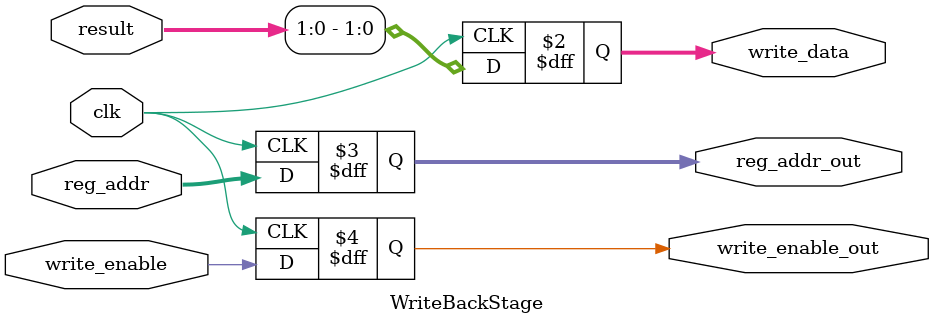
<source format=v>
module WriteBackStage (
	input clk,
	input [15:0] result,          	// Result of operation
	input write_enable,          		// Write enable signal
	input [3:0] reg_addr,        		// Register address
	
	output reg [1:0] write_data,    	// Data to be written back to the register file
	output reg [3:0] reg_addr_out,  	// Register address to write back to
	output reg write_enable_out     	// Write enable for the register file
);

	always @(posedge clk) begin
		write_data <= result;
		reg_addr_out <= reg_addr;
		write_enable_out <= write_enable;
	end

endmodule

</source>
